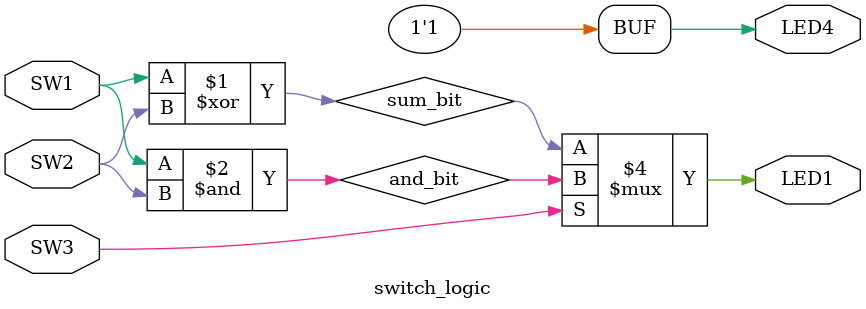
<source format=v>

module switch_logic(
    input  wire SW1,   // Operand 1
    input  wire SW2,   // Operand 2
    input  wire SW3,   // Selector
    output wire LED1,  // Result LED
    output wire LED4   // Status LED (always on)
);
    // Define the logic for sum and AND operations
    wire sum_bit = SW1 ^ SW2;  // XOR = 1-bit sum (ignores carry)
    wire and_bit = SW1 & SW2;  // bitwise AND

    // Use the selector to choose which result goes to LED1
    assign LED1 = (SW3 == 1'b0) ? sum_bit : and_bit;

    // LED4 is always on
    assign LED4 = 1'b1;
endmodule

</source>
